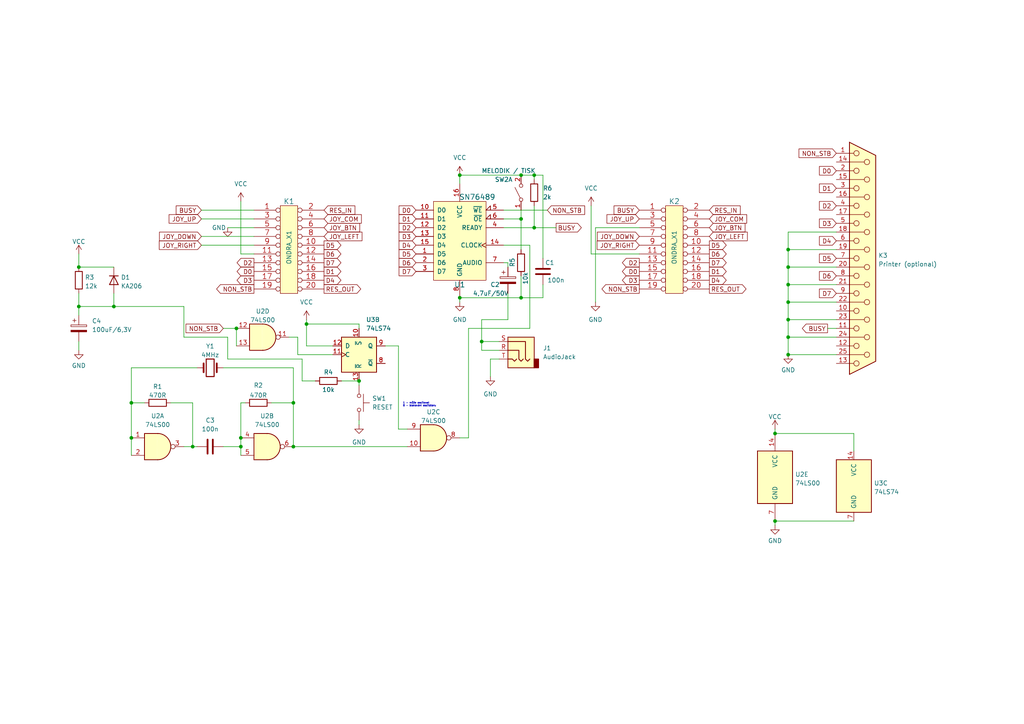
<source format=kicad_sch>
(kicad_sch (version 20211123) (generator eeschema)
  (paper "A4")
  (title_block (title "Ondra Melodik") (date "2022-02-26") (rev "1"))
  (lib_symbols
    (symbol "74xx:74LS00" (pin_names (offset 1.016))
      (property "Reference" "U" (at 0 1.27 0))
      (property "Value" "74LS00" (at 0 -1.27 0))
      (symbol "74LS00_1_1"
        (arc (start 0 -3.81) (mid 3.81 0) (end 0 3.81) (stroke (width 0.254)) (fill (type background)))
        (polyline (pts (xy 0 3.81) (xy -3.81 3.81) (xy -3.81 -3.81) (xy 0 -3.81)) (stroke (width 0.254)) (fill (type background)))
        (pin input line (at -7.62 2.54 0) (length 3.81) (name "~") (number "1"))
        (pin input line (at -7.62 -2.54 0) (length 3.81) (name "~") (number "2"))
        (pin output inverted (at 7.62 0 180) (length 3.81) (name "~") (number "3"))
      )
      (symbol "74LS00_1_2"
        (arc (start -3.81 -3.81) (mid -2.589 0) (end -3.81 3.81) (stroke (width 0.254)))
        (arc (start -0.6096 -3.81) (mid 2.1855 -2.584) (end 3.81 0) (stroke (width 0.254)) (fill (type background)))
        (polyline (pts (xy -3.81 -3.81) (xy -0.635 -3.81)) (stroke (width 0.254)) (fill (type background)))
        (polyline (pts (xy -3.81 3.81) (xy -0.635 3.81)) (stroke (width 0.254)) (fill (type background)))
        (polyline (pts (xy -0.635 3.81) (xy -3.81 3.81) (xy -3.81 3.81) (xy -3.556 3.4036) (xy -3.0226 2.2606) (xy -2.6924 1.0414) (xy -2.6162 -0.254) (xy -2.7686 -1.4986) (xy -3.175 -2.7178) (xy -3.81 -3.81) (xy -3.81 -3.81) (xy -0.635 -3.81)) (stroke (width -25.4)) (fill (type background)))
        (arc (start 3.81 0) (mid 2.1928 2.5925) (end -0.6096 3.81) (stroke (width 0.254)) (fill (type background)))
        (pin input inverted (at -7.62 2.54 0) (length 4.318) (name "~") (number "1"))
        (pin input inverted (at -7.62 -2.54 0) (length 4.318) (name "~") (number "2"))
        (pin output line (at 7.62 0 180) (length 3.81) (name "~") (number "3"))
      )
      (symbol "74LS00_2_1"
        (arc (start 0 -3.81) (mid 3.81 0) (end 0 3.81) (stroke (width 0.254)) (fill (type background)))
        (polyline (pts (xy 0 3.81) (xy -3.81 3.81) (xy -3.81 -3.81) (xy 0 -3.81)) (stroke (width 0.254)) (fill (type background)))
        (pin input line (at -7.62 2.54 0) (length 3.81) (name "~") (number "4"))
        (pin input line (at -7.62 -2.54 0) (length 3.81) (name "~") (number "5"))
        (pin output inverted (at 7.62 0 180) (length 3.81) (name "~") (number "6"))
      )
      (symbol "74LS00_2_2"
        (arc (start -3.81 -3.81) (mid -2.589 0) (end -3.81 3.81) (stroke (width 0.254)))
        (arc (start -0.6096 -3.81) (mid 2.1855 -2.584) (end 3.81 0) (stroke (width 0.254)) (fill (type background)))
        (polyline (pts (xy -3.81 -3.81) (xy -0.635 -3.81)) (stroke (width 0.254)) (fill (type background)))
        (polyline (pts (xy -3.81 3.81) (xy -0.635 3.81)) (stroke (width 0.254)) (fill (type background)))
        (polyline (pts (xy -0.635 3.81) (xy -3.81 3.81) (xy -3.81 3.81) (xy -3.556 3.4036) (xy -3.0226 2.2606) (xy -2.6924 1.0414) (xy -2.6162 -0.254) (xy -2.7686 -1.4986) (xy -3.175 -2.7178) (xy -3.81 -3.81) (xy -3.81 -3.81) (xy -0.635 -3.81)) (stroke (width -25.4)) (fill (type background)))
        (arc (start 3.81 0) (mid 2.1928 2.5925) (end -0.6096 3.81) (stroke (width 0.254)) (fill (type background)))
        (pin input inverted (at -7.62 2.54 0) (length 4.318) (name "~") (number "4"))
        (pin input inverted (at -7.62 -2.54 0) (length 4.318) (name "~") (number "5"))
        (pin output line (at 7.62 0 180) (length 3.81) (name "~") (number "6"))
      )
      (symbol "74LS00_3_1"
        (arc (start 0 -3.81) (mid 3.81 0) (end 0 3.81) (stroke (width 0.254)) (fill (type background)))
        (polyline (pts (xy 0 3.81) (xy -3.81 3.81) (xy -3.81 -3.81) (xy 0 -3.81)) (stroke (width 0.254)) (fill (type background)))
        (pin input line (at -7.62 -2.54 0) (length 3.81) (name "~") (number "10"))
        (pin output inverted (at 7.62 0 180) (length 3.81) (name "~") (number "8"))
        (pin input line (at -7.62 2.54 0) (length 3.81) (name "~") (number "9"))
      )
      (symbol "74LS00_3_2"
        (arc (start -3.81 -3.81) (mid -2.589 0) (end -3.81 3.81) (stroke (width 0.254)))
        (arc (start -0.6096 -3.81) (mid 2.1855 -2.584) (end 3.81 0) (stroke (width 0.254)) (fill (type background)))
        (polyline (pts (xy -3.81 -3.81) (xy -0.635 -3.81)) (stroke (width 0.254)) (fill (type background)))
        (polyline (pts (xy -3.81 3.81) (xy -0.635 3.81)) (stroke (width 0.254)) (fill (type background)))
        (polyline (pts (xy -0.635 3.81) (xy -3.81 3.81) (xy -3.81 3.81) (xy -3.556 3.4036) (xy -3.0226 2.2606) (xy -2.6924 1.0414) (xy -2.6162 -0.254) (xy -2.7686 -1.4986) (xy -3.175 -2.7178) (xy -3.81 -3.81) (xy -3.81 -3.81) (xy -0.635 -3.81)) (stroke (width -25.4)) (fill (type background)))
        (arc (start 3.81 0) (mid 2.1928 2.5925) (end -0.6096 3.81) (stroke (width 0.254)) (fill (type background)))
        (pin input inverted (at -7.62 -2.54 0) (length 4.318) (name "~") (number "10"))
        (pin output line (at 7.62 0 180) (length 3.81) (name "~") (number "8"))
        (pin input inverted (at -7.62 2.54 0) (length 4.318) (name "~") (number "9"))
      )
      (symbol "74LS00_4_1"
        (arc (start 0 -3.81) (mid 3.81 0) (end 0 3.81) (stroke (width 0.254)) (fill (type background)))
        (polyline (pts (xy 0 3.81) (xy -3.81 3.81) (xy -3.81 -3.81) (xy 0 -3.81)) (stroke (width 0.254)) (fill (type background)))
        (pin output inverted (at 7.62 0 180) (length 3.81) (name "~") (number "11"))
        (pin input line (at -7.62 2.54 0) (length 3.81) (name "~") (number "12"))
        (pin input line (at -7.62 -2.54 0) (length 3.81) (name "~") (number "13"))
      )
      (symbol "74LS00_4_2"
        (arc (start -3.81 -3.81) (mid -2.589 0) (end -3.81 3.81) (stroke (width 0.254)))
        (arc (start -0.6096 -3.81) (mid 2.1855 -2.584) (end 3.81 0) (stroke (width 0.254)) (fill (type background)))
        (polyline (pts (xy -3.81 -3.81) (xy -0.635 -3.81)) (stroke (width 0.254)) (fill (type background)))
        (polyline (pts (xy -3.81 3.81) (xy -0.635 3.81)) (stroke (width 0.254)) (fill (type background)))
        (polyline (pts (xy -0.635 3.81) (xy -3.81 3.81) (xy -3.81 3.81) (xy -3.556 3.4036) (xy -3.0226 2.2606) (xy -2.6924 1.0414) (xy -2.6162 -0.254) (xy -2.7686 -1.4986) (xy -3.175 -2.7178) (xy -3.81 -3.81) (xy -3.81 -3.81) (xy -0.635 -3.81)) (stroke (width -25.4)) (fill (type background)))
        (arc (start 3.81 0) (mid 2.1928 2.5925) (end -0.6096 3.81) (stroke (width 0.254)) (fill (type background)))
        (pin output line (at 7.62 0 180) (length 3.81) (name "~") (number "11"))
        (pin input inverted (at -7.62 2.54 0) (length 4.318) (name "~") (number "12"))
        (pin input inverted (at -7.62 -2.54 0) (length 4.318) (name "~") (number "13"))
      )
      (symbol "74LS00_5_0"
        (pin power_in line (at 0 12.7 270) (length 5.08) (name "VCC") (number "14"))
        (pin power_in line (at 0 -12.7 90) (length 5.08) (name "GND") (number "7"))
      )
      (symbol "74LS00_5_1"
        (rectangle (start -5.08 7.62) (end 5.08 -7.62) (stroke (width 0.254)) (fill (type background)))
      )
    )
    (symbol "74xx:74LS74" (pin_names (offset 1.016))
      (property "Reference" "U" (at -7.62 8.89 0))
      (property "Value" "74LS74" (at -7.62 -8.89 0))
      (symbol "74LS74_1_0"
        (pin input line (at 0 -7.62 90) (length 2.54) (name "~{R}") (number "1"))
        (pin input line (at -7.62 2.54 0) (length 2.54) (name "D") (number "2"))
        (pin input clock (at -7.62 0 0) (length 2.54) (name "C") (number "3"))
        (pin input line (at 0 7.62 270) (length 2.54) (name "~{S}") (number "4"))
        (pin output line (at 7.62 2.54 180) (length 2.54) (name "Q") (number "5"))
        (pin output line (at 7.62 -2.54 180) (length 2.54) (name "~{Q}") (number "6"))
      )
      (symbol "74LS74_1_1"
        (rectangle (start -5.08 5.08) (end 5.08 -5.08) (stroke (width 0.254)) (fill (type background)))
      )
      (symbol "74LS74_2_0"
        (pin input line (at 0 7.62 270) (length 2.54) (name "~{S}") (number "10"))
        (pin input clock (at -7.62 0 0) (length 2.54) (name "C") (number "11"))
        (pin input line (at -7.62 2.54 0) (length 2.54) (name "D") (number "12"))
        (pin input line (at 0 -7.62 90) (length 2.54) (name "~{R}") (number "13"))
        (pin output line (at 7.62 -2.54 180) (length 2.54) (name "~{Q}") (number "8"))
        (pin output line (at 7.62 2.54 180) (length 2.54) (name "Q") (number "9"))
      )
      (symbol "74LS74_2_1"
        (rectangle (start -5.08 5.08) (end 5.08 -5.08) (stroke (width 0.254)) (fill (type background)))
      )
      (symbol "74LS74_3_0"
        (pin power_in line (at 0 10.16 270) (length 2.54) (name "VCC") (number "14"))
        (pin power_in line (at 0 -10.16 90) (length 2.54) (name "GND") (number "7"))
      )
      (symbol "74LS74_3_1"
        (rectangle (start -5.08 7.62) (end 5.08 -7.62) (stroke (width 0.254)) (fill (type background)))
      )
    )
    (symbol "Connector:AudioJack3"
      (property "Reference" "J" (at 0 8.89 0))
      (property "Value" "AudioJack3" (at 0 6.35 0))
      (symbol "AudioJack3_0_1"
        (rectangle (start -5.08 -5.08) (end -6.35 -2.54) (stroke (width 0.254)) (fill (type outline)))
        (polyline (pts (xy 0 -2.54) (xy 0.635 -3.175) (xy 1.27 -2.54) (xy 2.54 -2.54)) (stroke (width 0.254)))
        (polyline (pts (xy -1.905 -2.54) (xy -1.27 -3.175) (xy -0.635 -2.54) (xy -0.635 0) (xy 2.54 0)) (stroke (width 0.254)))
        (polyline (pts (xy 2.54 2.54) (xy -2.54 2.54) (xy -2.54 -2.54) (xy -3.175 -3.175) (xy -3.81 -2.54)) (stroke (width 0.254)))
        (rectangle (start 2.54 3.81) (end -5.08 -5.08) (stroke (width 0.254)) (fill (type background)))
      )
      (symbol "AudioJack3_1_1"
        (pin passive line (at 5.08 0 180) (length 2.54) (name "~") (number "R"))
        (pin passive line (at 5.08 2.54 180) (length 2.54) (name "~") (number "S"))
        (pin passive line (at 5.08 -2.54 180) (length 2.54) (name "~") (number "T"))
      )
    )
    (symbol "Connector:DB25_Female" (pin_names (offset 1.016) hide)
      (property "Reference" "J" (at 0 34.29 0))
      (property "Value" "DB25_Female" (at 0 -34.925 0))
      (symbol "DB25_Female_0_1"
        (circle (center -1.778 -30.48) (radius 0.762))
        (circle (center -1.778 -25.4) (radius 0.762))
        (circle (center -1.778 -20.32) (radius 0.762))
        (circle (center -1.778 -15.24) (radius 0.762))
        (circle (center -1.778 -10.16) (radius 0.762))
        (circle (center -1.778 -5.08) (radius 0.762))
        (circle (center -1.778 0) (radius 0.762))
        (circle (center -1.778 5.08) (radius 0.762))
        (circle (center -1.778 10.16) (radius 0.762))
        (circle (center -1.778 15.24) (radius 0.762))
        (circle (center -1.778 20.32) (radius 0.762))
        (circle (center -1.778 25.4) (radius 0.762))
        (circle (center -1.778 30.48) (radius 0.762))
        (polyline (pts (xy -3.81 -30.48) (xy -2.54 -30.48)))
        (polyline (pts (xy -3.81 -27.94) (xy 0.508 -27.94)))
        (polyline (pts (xy -3.81 -25.4) (xy -2.54 -25.4)))
        (polyline (pts (xy -3.81 -22.86) (xy 0.508 -22.86)))
        (polyline (pts (xy -3.81 -20.32) (xy -2.54 -20.32)))
        (polyline (pts (xy -3.81 -17.78) (xy 0.508 -17.78)))
        (polyline (pts (xy -3.81 -15.24) (xy -2.54 -15.24)))
        (polyline (pts (xy -3.81 -12.7) (xy 0.508 -12.7)))
        (polyline (pts (xy -3.81 -10.16) (xy -2.54 -10.16)))
        (polyline (pts (xy -3.81 -7.62) (xy 0.508 -7.62)))
        (polyline (pts (xy -3.81 -5.08) (xy -2.54 -5.08)))
        (polyline (pts (xy -3.81 -2.54) (xy 0.508 -2.54)))
        (polyline (pts (xy -3.81 0) (xy -2.54 0)))
        (polyline (pts (xy -3.81 2.54) (xy 0.508 2.54)))
        (polyline (pts (xy -3.81 5.08) (xy -2.54 5.08)))
        (polyline (pts (xy -3.81 7.62) (xy 0.508 7.62)))
        (polyline (pts (xy -3.81 10.16) (xy -2.54 10.16)))
        (polyline (pts (xy -3.81 12.7) (xy 0.508 12.7)))
        (polyline (pts (xy -3.81 15.24) (xy -2.54 15.24)))
        (polyline (pts (xy -3.81 17.78) (xy 0.508 17.78)))
        (polyline (pts (xy -3.81 20.32) (xy -2.54 20.32)))
        (polyline (pts (xy -3.81 22.86) (xy 0.508 22.86)))
        (polyline (pts (xy -3.81 25.4) (xy -2.54 25.4)))
        (polyline (pts (xy -3.81 27.94) (xy 0.508 27.94)))
        (polyline (pts (xy -3.81 30.48) (xy -2.54 30.48)))
        (polyline (pts (xy -3.81 33.655) (xy 3.81 29.845) (xy 3.81 -29.845) (xy -3.81 -33.655) (xy -3.81 33.655)) (stroke (width 0.254)) (fill (type background)))
        (circle (center 1.27 -27.94) (radius 0.762))
        (circle (center 1.27 -22.86) (radius 0.762))
        (circle (center 1.27 -17.78) (radius 0.762))
        (circle (center 1.27 -12.7) (radius 0.762))
        (circle (center 1.27 -7.62) (radius 0.762))
        (circle (center 1.27 -2.54) (radius 0.762))
        (circle (center 1.27 2.54) (radius 0.762))
        (circle (center 1.27 7.62) (radius 0.762))
        (circle (center 1.27 12.7) (radius 0.762))
        (circle (center 1.27 17.78) (radius 0.762))
        (circle (center 1.27 22.86) (radius 0.762))
        (circle (center 1.27 27.94) (radius 0.762))
      )
      (symbol "DB25_Female_1_1"
        (pin passive line (at -7.62 30.48 0) (length 3.81) (name "1") (number "1"))
        (pin passive line (at -7.62 -15.24 0) (length 3.81) (name "10") (number "10"))
        (pin passive line (at -7.62 -20.32 0) (length 3.81) (name "11") (number "11"))
        (pin passive line (at -7.62 -25.4 0) (length 3.81) (name "12") (number "12"))
        (pin passive line (at -7.62 -30.48 0) (length 3.81) (name "13") (number "13"))
        (pin passive line (at -7.62 27.94 0) (length 3.81) (name "P14") (number "14"))
        (pin passive line (at -7.62 22.86 0) (length 3.81) (name "P15") (number "15"))
        (pin passive line (at -7.62 17.78 0) (length 3.81) (name "P16") (number "16"))
        (pin passive line (at -7.62 12.7 0) (length 3.81) (name "P17") (number "17"))
        (pin passive line (at -7.62 7.62 0) (length 3.81) (name "P18") (number "18"))
        (pin passive line (at -7.62 2.54 0) (length 3.81) (name "P19") (number "19"))
        (pin passive line (at -7.62 25.4 0) (length 3.81) (name "2") (number "2"))
        (pin passive line (at -7.62 -2.54 0) (length 3.81) (name "P20") (number "20"))
        (pin passive line (at -7.62 -7.62 0) (length 3.81) (name "P21") (number "21"))
        (pin passive line (at -7.62 -12.7 0) (length 3.81) (name "P22") (number "22"))
        (pin passive line (at -7.62 -17.78 0) (length 3.81) (name "P23") (number "23"))
        (pin passive line (at -7.62 -22.86 0) (length 3.81) (name "P24") (number "24"))
        (pin passive line (at -7.62 -27.94 0) (length 3.81) (name "P25") (number "25"))
        (pin passive line (at -7.62 20.32 0) (length 3.81) (name "3") (number "3"))
        (pin passive line (at -7.62 15.24 0) (length 3.81) (name "4") (number "4"))
        (pin passive line (at -7.62 10.16 0) (length 3.81) (name "5") (number "5"))
        (pin passive line (at -7.62 5.08 0) (length 3.81) (name "6") (number "6"))
        (pin passive line (at -7.62 0 0) (length 3.81) (name "7") (number "7"))
        (pin passive line (at -7.62 -5.08 0) (length 3.81) (name "8") (number "8"))
        (pin passive line (at -7.62 -10.16 0) (length 3.81) (name "9") (number "9"))
      )
    )
    (symbol "Device:C" (pin_numbers hide) (pin_names (offset 0.254))
      (property "Reference" "C" (at 0.635 2.54 0))
      (property "Value" "C" (at 0.635 -2.54 0))
      (symbol "C_0_1"
        (polyline (pts (xy -2.032 -0.762) (xy 2.032 -0.762)) (stroke (width 0.508)))
        (polyline (pts (xy -2.032 0.762) (xy 2.032 0.762)) (stroke (width 0.508)))
      )
      (symbol "C_1_1"
        (pin passive line (at 0 3.81 270) (length 2.794) (name "~") (number "1"))
        (pin passive line (at 0 -3.81 90) (length 2.794) (name "~") (number "2"))
      )
    )
    (symbol "Device:C_Polarized" (pin_numbers hide) (pin_names (offset 0.254))
      (property "Reference" "C" (at 0.635 2.54 0))
      (property "Value" "C_Polarized" (at 0.635 -2.54 0))
      (symbol "C_Polarized_0_1"
        (rectangle (start -2.286 0.508) (end 2.286 1.016))
        (polyline (pts (xy -1.778 2.286) (xy -0.762 2.286)))
        (polyline (pts (xy -1.27 2.794) (xy -1.27 1.778)))
        (rectangle (start 2.286 -0.508) (end -2.286 -1.016) (fill (type outline)))
      )
      (symbol "C_Polarized_1_1"
        (pin passive line (at 0 3.81 270) (length 2.794) (name "~") (number "1"))
        (pin passive line (at 0 -3.81 90) (length 2.794) (name "~") (number "2"))
      )
    )
    (symbol "Device:Crystal" (pin_numbers hide) (pin_names (offset 1.016) hide)
      (property "Reference" "Y" (at 0 3.81 0))
      (property "Value" "Crystal" (at 0 -3.81 0))
      (symbol "Crystal_0_1"
        (rectangle (start -1.143 2.54) (end 1.143 -2.54) (stroke (width 0.3048)))
        (polyline (pts (xy -2.54 0) (xy -1.905 0)))
        (polyline (pts (xy -1.905 -1.27) (xy -1.905 1.27)) (stroke (width 0.508)))
        (polyline (pts (xy 1.905 -1.27) (xy 1.905 1.27)) (stroke (width 0.508)))
        (polyline (pts (xy 2.54 0) (xy 1.905 0)))
      )
      (symbol "Crystal_1_1"
        (pin passive line (at -3.81 0 0) (length 1.27) (name "1") (number "1"))
        (pin passive line (at 3.81 0 180) (length 1.27) (name "2") (number "2"))
      )
    )
    (symbol "Device:D" (pin_numbers hide) (pin_names (offset 1.016) hide)
      (property "Reference" "D" (at 0 2.54 0))
      (property "Value" "D" (at 0 -2.54 0))
      (symbol "D_0_1"
        (polyline (pts (xy -1.27 1.27) (xy -1.27 -1.27)) (stroke (width 0.254)))
        (polyline (pts (xy 1.27 0) (xy -1.27 0)))
        (polyline (pts (xy 1.27 1.27) (xy 1.27 -1.27) (xy -1.27 0) (xy 1.27 1.27)) (stroke (width 0.254)))
      )
      (symbol "D_1_1"
        (pin passive line (at -3.81 0 0) (length 2.54) (name "K") (number "1"))
        (pin passive line (at 3.81 0 180) (length 2.54) (name "A") (number "2"))
      )
    )
    (symbol "Device:R" (pin_numbers hide) (pin_names (offset 0))
      (property "Reference" "R" (at 2.032 0 90))
      (property "Value" "R" (at 0 0 90))
      (symbol "R_0_1"
        (rectangle (start -1.016 -2.54) (end 1.016 2.54) (stroke (width 0.254)))
      )
      (symbol "R_1_1"
        (pin passive line (at 0 3.81 270) (length 1.27) (name "~") (number "1"))
        (pin passive line (at 0 -3.81 90) (length 1.27) (name "~") (number "2"))
      )
    )
    (symbol "SN76489:SN76489" (pin_names (offset 1.016))
      (property "Reference" "U" (at -6.35 25.4 0))
      (property "Value" "SN76489" (at 7.62 0 0))
      (symbol "SN76489_0_1"
        (rectangle (start -7.62 24.13) (end 7.62 1.27) (fill (type background)))
      )
      (symbol "SN76489_1_1"
        (pin input line (at -12.7 8.89 0) (length 5.08) (name "D5") (number "1"))
        (pin input line (at -12.7 21.59 0) (length 5.08) (name "D0") (number "10"))
        (pin input line (at -12.7 19.05 0) (length 5.08) (name "D1") (number "11"))
        (pin input line (at -12.7 16.51 0) (length 5.08) (name "D2") (number "12"))
        (pin input line (at -12.7 13.97 0) (length 5.08) (name "D3") (number "13"))
        (pin input clock (at 12.7 11.43 180) (length 5.08) (name "CLOCK") (number "14"))
        (pin input line (at -12.7 11.43 0) (length 5.08) (name "D4") (number "15"))
        (pin input line (at 0 29.21 270) (length 5.08) (name "VCC") (number "16"))
        (pin input line (at -12.7 6.35 0) (length 5.08) (name "D6") (number "2"))
        (pin input line (at -12.7 3.81 0) (length 5.08) (name "D7") (number "3"))
        (pin open_collector line (at 12.7 16.51 180) (length 5.08) (name "READY") (number "4"))
        (pin input input_low (at 12.7 21.59 180) (length 5.08) (name "~{WE}") (number "5"))
        (pin input input_low (at 12.7 19.05 180) (length 5.08) (name "~{OE}") (number "6"))
        (pin output line (at 12.7 6.35 180) (length 5.08) (name "AUDIO") (number "7"))
        (pin input line (at 0 -3.81 90) (length 5.08) (name "GND") (number "8"))
        (pin no_connect line (at 12.7 3.81 180) (length 5.08) hide (name "N.C.") (number "9"))
      )
    )
    (symbol "Switch:SW_DPST_x2" (pin_names (offset 0) hide)
      (property "Reference" "SW" (at 0 3.175 0))
      (property "Value" "SW_DPST_x2" (at 0 -2.54 0))
      (symbol "SW_DPST_x2_0_0"
        (circle (center -2.032 0) (radius 0.508))
        (polyline (pts (xy -1.524 0.254) (xy 1.524 1.778)))
        (circle (center 2.032 0) (radius 0.508))
      )
      (symbol "SW_DPST_x2_1_1"
        (pin passive line (at -5.08 0 0) (length 2.54) (name "A") (number "1"))
        (pin passive line (at 5.08 0 180) (length 2.54) (name "B") (number "2"))
      )
      (symbol "SW_DPST_x2_2_1"
        (pin passive line (at -5.08 0 0) (length 2.54) (name "A") (number "3"))
        (pin passive line (at 5.08 0 180) (length 2.54) (name "B") (number "4"))
      )
    )
    (symbol "Switch:SW_Push" (pin_numbers hide) (pin_names (offset 1.016) hide)
      (property "Reference" "SW" (at 1.27 2.54 0))
      (property "Value" "SW_Push" (at 0 -1.524 0))
      (symbol "SW_Push_0_1"
        (circle (center -2.032 0) (radius 0.508))
        (polyline (pts (xy 0 1.27) (xy 0 3.048)))
        (polyline (pts (xy 2.54 1.27) (xy -2.54 1.27)))
        (circle (center 2.032 0) (radius 0.508))
        (pin passive line (at -5.08 0 0) (length 2.54) (name "1") (number "1"))
        (pin passive line (at 5.08 0 180) (length 2.54) (name "2") (number "2"))
      )
    )
    (symbol "mistrum-rescue:CONN_10X2" (pin_names (offset 0.254) hide)
      (property "Reference" "P" (at 0 13.97 0))
      (property "Value" "CONN_10X2" (at 0 -2.54 90))
      (symbol "CONN_10X2_0_1"
        (rectangle (start -2.54 12.7) (end 2.54 -12.7) (fill (type background)))
      )
      (symbol "CONN_10X2_1_1"
        (pin passive inverted (at -10.16 11.43 0) (length 7.62) (name "P1") (number "1"))
        (pin passive inverted (at 10.16 1.27 180) (length 7.62) (name "P10") (number "10"))
        (pin passive inverted (at -10.16 -1.27 0) (length 7.62) (name "P11") (number "11"))
        (pin passive inverted (at 10.16 -1.27 180) (length 7.62) (name "P12") (number "12"))
        (pin passive inverted (at -10.16 -3.81 0) (length 7.62) (name "P13") (number "13"))
        (pin passive inverted (at 10.16 -3.81 180) (length 7.62) (name "P14") (number "14"))
        (pin passive inverted (at -10.16 -6.35 0) (length 7.62) (name "P15") (number "15"))
        (pin passive inverted (at 10.16 -6.35 180) (length 7.62) (name "P16") (number "16"))
        (pin passive inverted (at -10.16 -8.89 0) (length 7.62) (name "P17") (number "17"))
        (pin passive inverted (at 10.16 -8.89 180) (length 7.62) (name "P18") (number "18"))
        (pin passive inverted (at -10.16 -11.43 0) (length 7.62) (name "P19") (number "19"))
        (pin passive inverted (at 10.16 11.43 180) (length 7.62) (name "P2") (number "2"))
        (pin passive inverted (at 10.16 -11.43 180) (length 7.62) (name "P20") (number "20"))
        (pin passive inverted (at -10.16 8.89 0) (length 7.62) (name "P3") (number "3"))
        (pin passive inverted (at 10.16 8.89 180) (length 7.62) (name "P4") (number "4"))
        (pin passive inverted (at -10.16 6.35 0) (length 7.62) (name "P5") (number "5"))
        (pin passive inverted (at 10.16 6.35 180) (length 7.62) (name "P6") (number "6"))
        (pin passive inverted (at -10.16 3.81 0) (length 7.62) (name "P7") (number "7"))
        (pin passive inverted (at 10.16 3.81 180) (length 7.62) (name "P8") (number "8"))
        (pin passive inverted (at -10.16 1.27 0) (length 7.62) (name "P9") (number "9"))
      )
    )
    (symbol "power:GND" (power) (pin_names (offset 0))
      (property "Value" "GND" (at 0 -3.81 0))
      (symbol "GND_0_1"
        (polyline (pts (xy 0 0) (xy 0 -1.27) (xy 1.27 -1.27) (xy 0 -2.54) (xy -1.27 -1.27) (xy 0 -1.27)))
      )
      (symbol "GND_1_1"
        (pin power_in line (at 0 0 270) (length 0) hide (name "GND") (number "1"))
      )
    )
    (symbol "power:VCC" (power) (pin_names (offset 0))
      (property "Value" "VCC" (at 0 3.81 0))
      (symbol "VCC_0_1"
        (polyline (pts (xy -0.762 1.27) (xy 0 2.54)))
        (polyline (pts (xy 0 0) (xy 0 2.54)))
        (polyline (pts (xy 0 2.54) (xy 0.762 1.27)))
      )
      (symbol "VCC_1_1"
        (pin power_in line (at 0 0 90) (length 0) hide (name "VCC") (number "1"))
      )
    )
  )
  (junction (at 151.13 50.8))
  (junction (at 133.35 50.8))
  (junction (at 133.35 86.36))
  (junction (at 228.6 72.39))
  (junction (at 38.1 116.84))
  (junction (at 68.58 95.25))
  (junction (at 88.9 93.98))
  (junction (at 22.86 88.9))
  (junction (at 224.79 151.13))
  (junction (at 139.7 99.06))
  (junction (at 154.94 66.04))
  (junction (at 38.1 127))
  (junction (at 85.09 116.84))
  (junction (at 228.6 82.55))
  (junction (at 151.13 86.36))
  (junction (at 228.6 97.79))
  (junction (at 228.6 77.47))
  (junction (at 69.85 129.54))
  (junction (at 22.86 77.47))
  (junction (at 104.14 110.49))
  (junction (at 154.94 50.8))
  (junction (at 151.13 63.5))
  (junction (at 55.88 129.54))
  (junction (at 228.6 87.63))
  (junction (at 85.09 129.54))
  (junction (at 228.6 92.71))
  (junction (at 69.85 127))
  (junction (at 224.79 125.73))
  (junction (at 33.02 88.9))
  (junction (at 228.6 102.87))
  (wire (pts (xy 157.48 74.93) (xy 157.48 50.8)))
  (wire (pts (xy 104.14 110.49) (xy 104.14 111.76)))
  (wire (pts (xy 88.9 100.33) (xy 88.9 93.98)))
  (wire (pts (xy 55.88 129.54) (xy 57.15 129.54)))
  (wire (pts (xy 228.6 72.39) (xy 228.6 77.47)))
  (wire (pts (xy 53.34 88.9) (xy 53.34 97.79)))
  (wire (pts (xy 69.85 129.54) (xy 69.85 132.08)))
  (wire (pts (xy 224.79 151.13) (xy 224.79 152.4)))
  (wire (pts (xy 22.86 77.47) (xy 33.02 77.47)))
  (wire (pts (xy 55.88 116.84) (xy 55.88 129.54)))
  (wire (pts (xy 38.1 127) (xy 38.1 132.08)))
  (wire (pts (xy 151.13 50.8) (xy 154.94 50.8)))
  (wire (pts (xy 69.85 127) (xy 69.85 129.54)))
  (wire (pts (xy 38.1 116.84) (xy 38.1 127)))
  (wire (pts (xy 104.14 121.92) (xy 104.14 123.19)))
  (wire (pts (xy 64.77 106.68) (xy 85.09 106.68)))
  (wire (pts (xy 151.13 86.36) (xy 157.48 86.36)))
  (wire (pts (xy 104.14 93.98) (xy 88.9 93.98)))
  (wire (pts (xy 69.85 116.84) (xy 71.12 116.84)))
  (wire (pts (xy 88.9 93.98) (xy 88.9 92.71)))
  (wire (pts (xy 49.53 116.84) (xy 55.88 116.84)))
  (wire (pts (xy 151.13 80.01) (xy 151.13 86.36)))
  (wire (pts (xy 87.63 110.49) (xy 91.44 110.49)))
  (wire (pts (xy 22.86 99.06) (xy 22.86 101.6)))
  (wire (pts (xy 228.6 87.63) (xy 228.6 92.71)))
  (wire (pts (xy 66.04 104.14) (xy 66.04 97.79)))
  (wire (pts (xy 151.13 60.96) (xy 151.13 63.5)))
  (wire (pts (xy 96.52 102.87) (xy 86.36 102.87)))
  (wire (pts (xy 85.09 106.68) (xy 85.09 116.84)))
  (wire (pts (xy 144.78 101.6) (xy 139.7 101.6)))
  (wire (pts (xy 22.86 73.66) (xy 22.86 77.47)))
  (wire (pts (xy 139.7 99.06) (xy 139.7 92.71)))
  (wire (pts (xy 58.42 63.5) (xy 73.66 63.5)))
  (wire (pts (xy 85.09 116.84) (xy 85.09 129.54)))
  (wire (pts (xy 69.85 73.66) (xy 69.85 58.42)))
  (wire (pts (xy 171.45 59.69) (xy 171.45 73.66)))
  (wire (pts (xy 133.35 50.8) (xy 151.13 50.8)))
  (wire (pts (xy 41.91 116.84) (xy 38.1 116.84)))
  (wire (pts (xy 142.24 104.14) (xy 142.24 109.22)))
  (wire (pts (xy 157.48 82.55) (xy 157.48 86.36)))
  (wire (pts (xy 86.36 97.79) (xy 83.82 97.79)))
  (wire (pts (xy 135.89 95.25) (xy 135.89 127)))
  (wire (pts (xy 185.42 66.04) (xy 172.72 66.04)))
  (wire (pts (xy 68.58 95.25) (xy 68.58 100.33)))
  (wire (pts (xy 172.72 66.04) (xy 172.72 87.63)))
  (wire (pts (xy 87.63 104.14) (xy 66.04 104.14)))
  (wire (pts (xy 78.74 116.84) (xy 85.09 116.84)))
  (wire (pts (xy 185.42 73.66) (xy 171.45 73.66)))
  (wire (pts (xy 153.67 95.25) (xy 153.67 71.12)))
  (wire (pts (xy 133.35 50.8) (xy 133.35 53.34)))
  (wire (pts (xy 228.6 82.55) (xy 242.57 82.55)))
  (wire (pts (xy 73.66 73.66) (xy 69.85 73.66)))
  (wire (pts (xy 154.94 59.69) (xy 154.94 66.04)))
  (wire (pts (xy 33.02 88.9) (xy 22.86 88.9)))
  (wire (pts (xy 64.77 129.54) (xy 69.85 129.54)))
  (wire (pts (xy 139.7 92.71) (xy 147.32 92.71)))
  (wire (pts (xy 38.1 106.68) (xy 57.15 106.68)))
  (wire (pts (xy 144.78 104.14) (xy 142.24 104.14)))
  (wire (pts (xy 69.85 127) (xy 69.85 116.84)))
  (wire (pts (xy 228.6 97.79) (xy 242.57 97.79)))
  (wire (pts (xy 139.7 101.6) (xy 139.7 99.06)))
  (wire (pts (xy 151.13 63.5) (xy 151.13 72.39)))
  (wire (pts (xy 53.34 129.54) (xy 55.88 129.54)))
  (wire (pts (xy 133.35 86.36) (xy 151.13 86.36)))
  (wire (pts (xy 115.57 124.46) (xy 118.11 124.46)))
  (wire (pts (xy 86.36 102.87) (xy 86.36 97.79)))
  (wire (pts (xy 154.94 50.8) (xy 154.94 52.07)))
  (wire (pts (xy 66.04 97.79) (xy 53.34 97.79)))
  (wire (pts (xy 146.05 60.96) (xy 158.75 60.96)))
  (wire (pts (xy 33.02 88.9) (xy 53.34 88.9)))
  (wire (pts (xy 146.05 63.5) (xy 151.13 63.5)))
  (wire (pts (xy 228.6 92.71) (xy 228.6 97.79)))
  (wire (pts (xy 133.35 86.36) (xy 133.35 87.63)))
  (wire (pts (xy 146.05 66.04) (xy 154.94 66.04)))
  (wire (pts (xy 228.6 77.47) (xy 228.6 82.55)))
  (wire (pts (xy 99.06 110.49) (xy 104.14 110.49)))
  (wire (pts (xy 33.02 85.09) (xy 33.02 88.9)))
  (wire (pts (xy 22.86 88.9) (xy 22.86 91.44)))
  (wire (pts (xy 247.65 125.73) (xy 247.65 130.81)))
  (wire (pts (xy 224.79 124.46) (xy 224.79 125.73)))
  (wire (pts (xy 228.6 97.79) (xy 228.6 102.87)))
  (wire (pts (xy 228.6 102.87) (xy 242.57 102.87)))
  (wire (pts (xy 22.86 85.09) (xy 22.86 88.9)))
  (wire (pts (xy 153.67 71.12) (xy 146.05 71.12)))
  (wire (pts (xy 115.57 100.33) (xy 115.57 124.46)))
  (wire (pts (xy 228.6 67.31) (xy 228.6 72.39)))
  (wire (pts (xy 228.6 82.55) (xy 228.6 87.63)))
  (wire (pts (xy 135.89 95.25) (xy 153.67 95.25)))
  (wire (pts (xy 58.42 68.58) (xy 73.66 68.58)))
  (wire (pts (xy 224.79 125.73) (xy 247.65 125.73)))
  (wire (pts (xy 66.04 66.04) (xy 73.66 66.04)))
  (wire (pts (xy 228.6 72.39) (xy 242.57 72.39)))
  (wire (pts (xy 147.32 76.2) (xy 146.05 76.2)))
  (wire (pts (xy 104.14 95.25) (xy 104.14 93.98)))
  (wire (pts (xy 154.94 66.04) (xy 161.29 66.04)))
  (wire (pts (xy 240.03 95.25) (xy 242.57 95.25)))
  (wire (pts (xy 154.94 50.8) (xy 157.48 50.8)))
  (wire (pts (xy 135.89 127) (xy 133.35 127)))
  (wire (pts (xy 147.32 77.47) (xy 147.32 76.2)))
  (wire (pts (xy 58.42 60.96) (xy 73.66 60.96)))
  (wire (pts (xy 64.77 95.25) (xy 68.58 95.25)))
  (wire (pts (xy 228.6 87.63) (xy 242.57 87.63)))
  (wire (pts (xy 224.79 151.13) (xy 247.65 151.13)))
  (wire (pts (xy 88.9 100.33) (xy 96.52 100.33)))
  (wire (pts (xy 111.76 100.33) (xy 115.57 100.33)))
  (wire (pts (xy 87.63 110.49) (xy 87.63 104.14)))
  (wire (pts (xy 58.42 71.12) (xy 73.66 71.12)))
  (wire (pts (xy 228.6 92.71) (xy 242.57 92.71)))
  (wire (pts (xy 147.32 92.71) (xy 147.32 85.09)))
  (wire (pts (xy 38.1 116.84) (xy 38.1 106.68)))
  (wire (pts (xy 242.57 67.31) (xy 228.6 67.31)))
  (wire (pts (xy 228.6 77.47) (xy 242.57 77.47)))
  (wire (pts (xy 85.09 129.54) (xy 118.11 129.54)))
  (wire (pts (xy 139.7 99.06) (xy 144.78 99.06)))
  (text "1 - může oscilovat\n0 - blokování oscilátoru" (at 116.84 118.11 0) (effects (font (size 0.5 0.5)) (justify left bottom)))
  (global_label "JOY_BTN" (shape input) (at 205.74 66.04 0) (property "Reference mezi listy" "${INTERSHEET_REFS}" (effects hide)))
  (global_label "D3" (shape input) (at 120.65 68.58 180) (property "Reference mezi listy" "${INTERSHEET_REFS}" (effects hide)))
  (global_label "D7" (shape input) (at 242.57 85.09 180) (property "Intersheet References" "${INTERSHEET_REFS}" (effects hide)))
  (global_label "JOY_UP" (shape input) (at 185.42 63.5 180) (property "Reference mezi listy" "${INTERSHEET_REFS}" (effects hide)))
  (global_label "BUSY" (shape input) (at 185.42 60.96 180) (property "Reference mezi listy" "${INTERSHEET_REFS}" (effects hide)))
  (global_label "D2" (shape output) (at 73.66 76.2 180) (property "Reference mezi listy" "${INTERSHEET_REFS}" (effects hide)))
  (global_label "D6" (shape output) (at 93.98 73.66 0) (property "Reference mezi listy" "${INTERSHEET_REFS}" (effects hide)))
  (global_label "D0" (shape output) (at 73.66 78.74 180) (property "Reference mezi listy" "${INTERSHEET_REFS}" (effects hide)))
  (global_label "D7" (shape input) (at 120.65 78.74 180) (property "Reference mezi listy" "${INTERSHEET_REFS}" (effects hide)))
  (global_label "D1" (shape input) (at 242.57 54.61 180) (property "Intersheet References" "${INTERSHEET_REFS}" (effects hide)))
  (global_label "JOY_LEFT" (shape input) (at 205.74 68.58 0) (property "Reference mezi listy" "${INTERSHEET_REFS}" (effects hide)))
  (global_label "RES_IN" (shape input) (at 93.98 60.96 0) (property "Reference mezi listy" "${INTERSHEET_REFS}" (effects hide)))
  (global_label "JOY_UP" (shape input) (at 58.42 63.5 180) (property "Reference mezi listy" "${INTERSHEET_REFS}" (effects hide)))
  (global_label "D7" (shape output) (at 205.74 76.2 0) (property "Reference mezi listy" "${INTERSHEET_REFS}" (effects hide)))
  (global_label "D0" (shape input) (at 242.57 49.53 180) (property "Intersheet References" "${INTERSHEET_REFS}" (effects hide)))
  (global_label "NON_STB" (shape input) (at 64.77 95.25 180) (property "Intersheet References" "${INTERSHEET_REFS}" (effects hide)))
  (global_label "D1" (shape output) (at 93.98 78.74 0) (property "Reference mezi listy" "${INTERSHEET_REFS}" (effects hide)))
  (global_label "D4" (shape output) (at 93.98 81.28 0) (property "Reference mezi listy" "${INTERSHEET_REFS}" (effects hide)))
  (global_label "D5" (shape input) (at 242.57 74.93 180) (property "Intersheet References" "${INTERSHEET_REFS}" (effects hide)))
  (global_label "D1" (shape input) (at 120.65 63.5 180) (property "Reference mezi listy" "${INTERSHEET_REFS}" (effects hide)))
  (global_label "BUSY" (shape output) (at 161.29 66.04 0) (property "Intersheet References" "${INTERSHEET_REFS}" (effects hide)))
  (global_label "D2" (shape output) (at 185.42 76.2 180) (property "Reference mezi listy" "${INTERSHEET_REFS}" (effects hide)))
  (global_label "D2" (shape input) (at 242.57 59.69 180) (property "Intersheet References" "${INTERSHEET_REFS}" (effects hide)))
  (global_label "D0" (shape input) (at 120.65 60.96 180) (property "Reference mezi listy" "${INTERSHEET_REFS}" (effects hide)))
  (global_label "NON_STB" (shape output) (at 73.66 83.82 180) (property "Reference mezi listy" "${INTERSHEET_REFS}" (effects hide)))
  (global_label "JOY_RIGHT" (shape input) (at 185.42 71.12 180) (property "Reference mezi listy" "${INTERSHEET_REFS}" (effects hide)))
  (global_label "JOY_DOWN" (shape input) (at 58.42 68.58 180) (property "Reference mezi listy" "${INTERSHEET_REFS}" (effects hide)))
  (global_label "D3" (shape input) (at 242.57 64.77 180) (property "Intersheet References" "${INTERSHEET_REFS}" (effects hide)))
  (global_label "D3" (shape output) (at 185.42 81.28 180) (property "Reference mezi listy" "${INTERSHEET_REFS}" (effects hide)))
  (global_label "D7" (shape output) (at 93.98 76.2 0) (property "Reference mezi listy" "${INTERSHEET_REFS}" (effects hide)))
  (global_label "D5" (shape input) (at 120.65 73.66 180) (property "Reference mezi listy" "${INTERSHEET_REFS}" (effects hide)))
  (global_label "D1" (shape output) (at 205.74 78.74 0) (property "Reference mezi listy" "${INTERSHEET_REFS}" (effects hide)))
  (global_label "D5" (shape output) (at 205.74 71.12 0) (property "Reference mezi listy" "${INTERSHEET_REFS}" (effects hide)))
  (global_label "D5" (shape output) (at 93.98 71.12 0) (property "Reference mezi listy" "${INTERSHEET_REFS}" (effects hide)))
  (global_label "JOY_RIGHT" (shape input) (at 58.42 71.12 180) (property "Reference mezi listy" "${INTERSHEET_REFS}" (effects hide)))
  (global_label "D4" (shape input) (at 242.57 69.85 180) (property "Intersheet References" "${INTERSHEET_REFS}" (effects hide)))
  (global_label "BUSY" (shape input) (at 58.42 60.96 180) (property "Reference mezi listy" "${INTERSHEET_REFS}" (effects hide)))
  (global_label "D4" (shape input) (at 120.65 71.12 180) (property "Reference mezi listy" "${INTERSHEET_REFS}" (effects hide)))
  (global_label "D6" (shape output) (at 205.74 73.66 0) (property "Reference mezi listy" "${INTERSHEET_REFS}" (effects hide)))
  (global_label "D6" (shape input) (at 120.65 76.2 180) (property "Reference mezi listy" "${INTERSHEET_REFS}" (effects hide)))
  (global_label "NON_STB" (shape output) (at 185.42 83.82 180) (property "Reference mezi listy" "${INTERSHEET_REFS}" (effects hide)))
  (global_label "JOY_DOWN" (shape input) (at 185.42 68.58 180) (property "Reference mezi listy" "${INTERSHEET_REFS}" (effects hide)))
  (global_label "JOY_BTN" (shape input) (at 93.98 66.04 0) (property "Reference mezi listy" "${INTERSHEET_REFS}" (effects hide)))
  (global_label "D0" (shape output) (at 185.42 78.74 180) (property "Reference mezi listy" "${INTERSHEET_REFS}" (effects hide)))
  (global_label "RES_IN" (shape input) (at 205.74 60.96 0) (property "Reference mezi listy" "${INTERSHEET_REFS}" (effects hide)))
  (global_label "RES_OUT" (shape output) (at 205.74 83.82 0) (property "Reference mezi listy" "${INTERSHEET_REFS}" (effects hide)))
  (global_label "JOY_COM" (shape input) (at 93.98 63.5 0) (property "Reference mezi listy" "${INTERSHEET_REFS}" (effects hide)))
  (global_label "JOY_LEFT" (shape input) (at 93.98 68.58 0) (property "Reference mezi listy" "${INTERSHEET_REFS}" (effects hide)))
  (global_label "D6" (shape input) (at 242.57 80.01 180) (property "Intersheet References" "${INTERSHEET_REFS}" (effects hide)))
  (global_label "D3" (shape output) (at 73.66 81.28 180) (property "Reference mezi listy" "${INTERSHEET_REFS}" (effects hide)))
  (global_label "BUSY" (shape output) (at 240.03 95.25 180) (property "Intersheet References" "${INTERSHEET_REFS}" (effects hide)))
  (global_label "JOY_COM" (shape input) (at 205.74 63.5 0) (property "Reference mezi listy" "${INTERSHEET_REFS}" (effects hide)))
  (global_label "D2" (shape input) (at 120.65 66.04 180) (property "Reference mezi listy" "${INTERSHEET_REFS}" (effects hide)))
  (global_label "NON_STB" (shape input) (at 158.75 60.96 0) (property "Reference mezi listy" "${INTERSHEET_REFS}" (effects hide)))
  (global_label "RES_OUT" (shape output) (at 93.98 83.82 0) (property "Reference mezi listy" "${INTERSHEET_REFS}" (effects hide)))
  (global_label "D4" (shape output) (at 205.74 81.28 0) (property "Reference mezi listy" "${INTERSHEET_REFS}" (effects hide)))
  (global_label "NON_STB" (shape input) (at 242.57 44.45 180) (property "Intersheet References" "${INTERSHEET_REFS}" (effects hide)))
  (symbol (lib_id "Device:C") (at 60.96 129.54 90) (unit 1)
    (property "Reference" "C3" (at 60.96 121.92 90))
    (property "Value" "100n" (at 60.96 124.46 90))
    (property "Footprint" "Capacitor_THT:C_Disc_D3.0mm_W1.6mm_P2.50mm" (effects hide))
  )
  (symbol (lib_id "74xx:74LS00") (at 77.47 129.54 0) (unit 2)
    (property "Reference" "U2" (at 77.47 120.65 0))
    (property "Value" "74LS00" (at 77.47 123.19 0))
    (property "Footprint" "Package_DIP:DIP-14_W7.62mm" (effects hide))
    (property "Datasheet" "http://www.ti.com/lit/gpn/sn74ls00" (effects hide))
  )
  (symbol (lib_id "power:GND") (at 228.6 102.87 0) (unit 1)
    (property "Reference" "#PWR0114" (effects hide))
    (property "Value" "GND" (at 228.6 107.3134 0))
  )
  (symbol (lib_id "Connector:AudioJack3") (at 149.86 101.6 0) (mirror y) (unit 1)
    (property "Reference" "J1" (at 157.48 100.9649 0) (effects (justify right)))
    (property "Value" "AudioJack" (at 157.48 103.5049 0) (effects (justify right)))
    (property "Footprint" "Connector_Audio:Jack_3.5mm_Lumberg_1503_07_Horizontal" (effects hide))
  )
  (symbol (lib_id "power:GND") (at 133.35 87.63 0) (unit 1)
    (property "Reference" "#PWR0103" (effects hide))
    (property "Value" "GND" (at 133.35 92.71 0))
  )
  (symbol (lib_id "Device:R") (at 45.72 116.84 90) (unit 1)
    (property "Reference" "R1" (at 45.72 112.1242 90))
    (property "Value" "470R" (at 45.72 114.6611 90))
    (property "Footprint" "Resistor_THT:R_Axial_DIN0207_L6.3mm_D2.5mm_P7.62mm_Horizontal" (effects hide))
  )
  (symbol (lib_id "power:VCC") (at 22.86 73.66 0) (unit 1)
    (property "Reference" "#PWR0113" (effects hide))
    (property "Value" "VCC" (at 22.86 70.0842 0))
  )
  (symbol (lib_id "Device:R") (at 151.13 76.2 0) (unit 1)
    (property "Reference" "R5" (at 148.59 77.47 90) (effects (justify left)))
    (property "Value" "10k" (at 152.4 82.55 90) (effects (justify left)))
    (property "Footprint" "Resistor_THT:R_Axial_DIN0207_L6.3mm_D2.5mm_P7.62mm_Horizontal" (effects hide))
  )
  (symbol (lib_id "power:GND") (at 22.86 101.6 0) (unit 1)
    (property "Reference" "#PWR0112" (effects hide))
    (property "Value" "GND" (at 22.86 106.0434 0))
  )
  (symbol (lib_id "power:VCC") (at 171.45 59.69 0) (unit 1)
    (property "Reference" "#PWR0109" (effects hide))
    (property "Value" "VCC" (at 171.45 54.61 0))
  )
  (symbol (lib_id "power:VCC") (at 224.79 124.46 0) (unit 1)
    (property "Reference" "#PWR0110" (effects hide))
    (property "Value" "VCC" (at 224.79 120.8842 0))
  )
  (symbol (lib_id "power:VCC") (at 133.35 50.8 0) (unit 1)
    (property "Reference" "#PWR0102" (effects hide))
    (property "Value" "VCC" (at 133.35 45.72 0))
  )
  (symbol (lib_id "mistrum-rescue:CONN_10X2") (at 83.82 72.39 0) (unit 1)
    (property "Reference" "K1" (at 83.82 58.42 0) (effects (font (size 1.524 1.524))))
    (property "Value" "ONDRA_X1" (at 83.82 71.755 90))
    (property "Footprint" "TESLA:TX5112011" (effects hide))
  )
  (symbol (lib_id "74xx:74LS74") (at 247.65 140.97 0) (unit 3)
    (property "Reference" "U3" (at 253.492 140.1353 0) (effects (justify left)))
    (property "Value" "74LS74" (at 253.492 142.6722 0) (effects (justify left)))
    (property "Footprint" "Package_DIP:DIP-14_W7.62mm" (effects hide))
    (property "Datasheet" "74xx/74hc_hct74.pdf" (effects hide))
  )
  (symbol (lib_id "74xx:74LS00") (at 224.79 138.43 0) (unit 5)
    (property "Reference" "U2" (at 230.632 137.5953 0) (effects (justify left)))
    (property "Value" "74LS00" (at 230.632 140.1322 0) (effects (justify left)))
    (property "Footprint" "Package_DIP:DIP-14_W7.62mm" (effects hide))
    (property "Datasheet" "http://www.ti.com/lit/gpn/sn74ls00" (effects hide))
  )
  (symbol (lib_id "Device:D") (at 33.02 81.28 270) (unit 1)
    (property "Reference" "D1" (at 35.052 80.4453 90) (effects (justify left)))
    (property "Value" "KA206" (at 35.052 82.9822 90) (effects (justify left)))
    (property "Footprint" "Diode_THT:D_A-405_P7.62mm_Horizontal" (effects hide))
  )
  (symbol (lib_id "74xx:74LS00") (at 45.72 129.54 0) (unit 1)
    (property "Reference" "U2" (at 45.72 120.65 0))
    (property "Value" "74LS00" (at 45.72 123.19 0))
    (property "Footprint" "Package_DIP:DIP-14_W7.62mm" (effects hide))
    (property "Datasheet" "http://www.ti.com/lit/gpn/sn74ls00" (effects hide))
  )
  (symbol (lib_id "Device:R") (at 154.94 55.88 0) (unit 1)
    (property "Reference" "R6" (at 157.48 54.61 0) (effects (justify left)))
    (property "Value" "2k" (at 157.48 57.15 0) (effects (justify left)))
    (property "Footprint" "Resistor_THT:R_Axial_DIN0207_L6.3mm_D2.5mm_P7.62mm_Horizontal" (effects hide))
  )
  (symbol (lib_id "Device:C_Polarized") (at 22.86 95.25 0) (unit 1)
    (property "Reference" "C4" (at 26.67 93.0909 0) (effects (justify left)))
    (property "Value" "100uF/6,3V" (at 26.67 95.6309 0) (effects (justify left)))
    (property "Footprint" "Capacitor_THT:C_Radial_D6.3mm_H7.0mm_P2.50mm" (effects hide))
  )
  (symbol (lib_id "power:GND") (at 142.24 109.22 0) (unit 1)
    (property "Reference" "#PWR0101" (effects hide))
    (property "Value" "GND" (at 142.24 114.3 0))
  )
  (symbol (lib_id "Device:R") (at 74.93 116.84 90) (unit 1)
    (property "Reference" "R2" (at 74.93 111.76 90))
    (property "Value" "470R" (at 74.93 114.6611 90))
    (property "Footprint" "Resistor_THT:R_Axial_DIN0207_L6.3mm_D2.5mm_P7.62mm_Horizontal" (effects hide))
  )
  (symbol (lib_id "Connector:DB25_Female") (at 250.19 74.93 0) (unit 1)
    (property "Reference" "K3" (at 254.762 74.0953 0) (effects (justify left)))
    (property "Value" "Printer (optional)" (at 254.762 76.6322 0) (effects (justify left)))
    (property "Footprint" "Connector_Dsub:DSUB-25_Female_EdgeMount_P2.77mm" (effects hide))
    (property "Datasheet" " ~" (effects hide))
  )
  (symbol (lib_id "power:GND") (at 224.79 152.4 0) (unit 1)
    (property "Reference" "#PWR0111" (effects hide))
    (property "Value" "GND" (at 224.79 156.8434 0))
  )
  (symbol (lib_id "74xx:74LS00") (at 125.73 127 0) (unit 3)
    (property "Reference" "U2" (at 125.73 119.4902 0))
    (property "Value" "74LS00" (at 125.73 122.0271 0))
    (property "Footprint" "Package_DIP:DIP-14_W7.62mm" (effects hide))
    (property "Datasheet" "http://www.ti.com/lit/gpn/sn74ls00" (effects hide))
  )
  (symbol (lib_id "SN76489:SN76489") (at 133.35 82.55 0) (unit 1)
    (property "Reference" "U1" (at 133.35 82.55 0) (effects (font (size 1.524 1.524))))
    (property "Value" "SN76489" (at 138.43 57.15 0) (effects (font (size 1.524 1.524))))
    (property "Footprint" "Package_DIP:DIP-16_W7.62mm" (effects hide))
  )
  (symbol (lib_id "74xx:74LS74") (at 104.14 102.87 0) (unit 2)
    (property "Reference" "U3" (at 106.1594 92.71 0) (effects (justify left)))
    (property "Value" "74LS74" (at 106.1594 95.25 0) (effects (justify left)))
    (property "Footprint" "Package_DIP:DIP-14_W7.62mm" (effects hide))
    (property "Datasheet" "74xx/74hc_hct74.pdf" (effects hide))
  )
  (symbol (lib_id "Device:Crystal") (at 60.96 106.68 0) (unit 1)
    (property "Reference" "Y1" (at 60.96 100.4148 0))
    (property "Value" "4MHz" (at 60.96 102.9517 0))
    (property "Footprint" "Crystal:Crystal_HC49-4H_Vertical" (effects hide))
  )
  (symbol (lib_id "Switch:SW_DPST_x2") (at 151.13 55.88 90) (unit 1)
    (property "Reference" "SW2" (at 143.51 52.07 90) (effects (justify right)))
    (property "Value" "MELODIK / TISK" (at 139.7 49.53 90) (effects (justify right)))
    (property "Footprint" "Button_Switch_THT:SW_CuK_JS202011CQN_DPDT_Straight" (effects hide))
  )
  (symbol (lib_id "Switch:SW_Push") (at 104.14 116.84 270) (unit 1)
    (property "Reference" "SW1" (at 107.95 115.5699 90) (effects (justify left)))
    (property "Value" "RESET" (at 107.95 118.1099 90) (effects (justify left)))
    (property "Footprint" "Button_Switch_THT:SW_PUSH_6mm" (effects hide))
  )
  (symbol (lib_id "Device:R") (at 22.86 81.28 0) (unit 1)
    (property "Reference" "R3" (at 24.638 80.4453 0) (effects (justify left)))
    (property "Value" "12k" (at 24.638 82.9822 0) (effects (justify left)))
    (property "Footprint" "Resistor_THT:R_Axial_DIN0207_L6.3mm_D2.5mm_P7.62mm_Horizontal" (effects hide))
  )
  (symbol (lib_id "power:VCC") (at 88.9 92.71 0) (unit 1)
    (property "Reference" "#PWR0105" (effects hide))
    (property "Value" "VCC" (at 88.9 87.63 0))
  )
  (symbol (lib_id "74xx:74LS00") (at 76.2 97.79 0) (unit 4)
    (property "Reference" "U2" (at 76.2 90.2802 0))
    (property "Value" "74LS00" (at 76.2 92.8171 0))
    (property "Footprint" "Package_DIP:DIP-14_W7.62mm" (effects hide))
    (property "Datasheet" "http://www.ti.com/lit/gpn/sn74ls00" (effects hide))
  )
  (symbol (lib_id "Device:C_Polarized") (at 147.32 81.28 0) (unit 1)
    (property "Reference" "C2" (at 142.24 82.55 0) (effects (justify left)))
    (property "Value" "4,7uF/50V" (at 137.16 85.09 0) (effects (justify left)))
    (property "Footprint" "Capacitor_THT:C_Radial_D5.0mm_H7.0mm_P2.00mm" (effects hide))
  )
  (symbol (lib_id "power:GND") (at 104.14 123.19 0) (unit 1)
    (property "Reference" "#PWR0104" (effects hide))
    (property "Value" "GND" (at 104.14 128.27 0))
  )
  (symbol (lib_id "mistrum-rescue:CONN_10X2") (at 195.58 72.39 0) (unit 1)
    (property "Reference" "K2" (at 195.58 58.42 0) (effects (font (size 1.524 1.524))))
    (property "Value" "ONDRA_X1" (at 195.58 71.755 90))
    (property "Footprint" "TESLA:TX5112011" (effects hide))
  )
  (symbol (lib_id "Device:C") (at 157.48 78.74 0) (unit 1)
    (property "Reference" "C1" (at 158.115 76.2 0) (effects (justify left)))
    (property "Value" "100n" (at 158.75 81.28 0) (effects (justify left)))
    (property "Footprint" "Capacitor_THT:C_Disc_D3.0mm_W1.6mm_P2.50mm" (effects hide))
  )
  (symbol (lib_id "Device:R") (at 95.25 110.49 90) (unit 1)
    (property "Reference" "R4" (at 95.25 107.95 90))
    (property "Value" "10k" (at 95.25 113.03 90))
    (property "Footprint" "Resistor_THT:R_Axial_DIN0207_L6.3mm_D2.5mm_P7.62mm_Horizontal" (effects hide))
  )
  (symbol (lib_id "power:GND") (at 66.04 66.04 0) (unit 1)
    (property "Reference" "#PWR0106" (effects hide))
    (property "Value" "GND" (at 63.5 66.04 0))
  )
  (symbol (lib_id "power:GND") (at 172.72 87.63 0) (unit 1)
    (property "Reference" "#PWR0108" (effects hide))
    (property "Value" "GND" (at 172.72 92.71 0))
  )
  (symbol (lib_id "power:VCC") (at 69.85 58.42 0) (unit 1)
    (property "Reference" "#PWR0107" (effects hide))
    (property "Value" "VCC" (at 69.85 53.34 0))
  )
)
</source>
